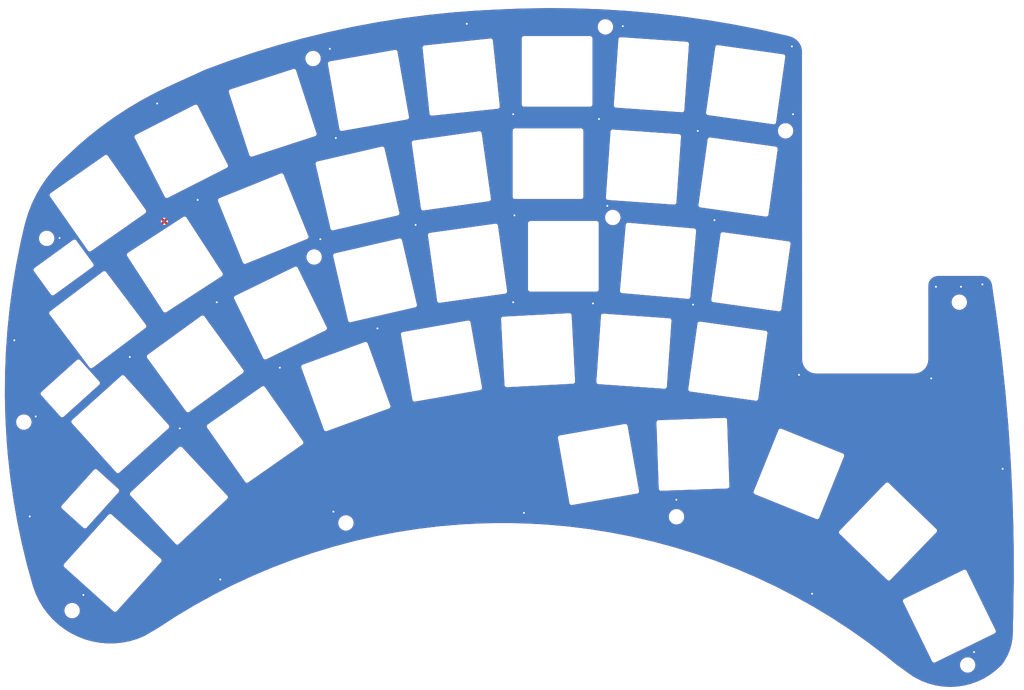
<source format=kicad_pcb>
(kicad_pcb (version 20171130) (host pcbnew "(5.1.5)-3")
  (title_block (title fan74) (rev v1.0))
  (layers (0 F.Cu signal) (31 B.Cu signal) (34 B.Paste user) (35 F.Paste user) (36 B.SilkS user) (37 F.SilkS user) (38 B.Mask user) (39 F.Mask user) (44 Edge.Cuts user))
  (net 0 "")
  (net 1 GND)
  (module kbd:GND_pad (layer F.Cu) (at 34.5 46.5)
    (fp_text reference H1 hide)
    (fp_text value MountingHole_Pad hide)
    (pad 2 smd circle (at 0 0) (size 0.5 0.5) (layers B.Cu))
    (pad 1 smd circle (at 0 0) (size 0.5 0.5) (layers F.Cu) (net 1 GND))
  )
  (gr_line (start 20.0689 99.0728) (end 13.3776 106.504) (layer Edge.Cuts) (width 0.001))
  (gr_line (start 13.3776 106.504) (end 17.8364 110.519) (layer Edge.Cuts) (width 0.001))
  (gr_line (start 17.8364 110.519) (end 24.5277 103.088) (layer Edge.Cuts) (width 0.001))
  (gr_line (start 24.5277 103.088) (end 20.0689 99.0728) (layer Edge.Cuts) (width 0.001))
  (gr_line (start 16.460999 76.0208) (end 9.02953 82.7122) (layer Edge.Cuts) (width 0.001))
  (gr_line (start 9.02953 82.7122) (end 13.0443 87.171) (layer Edge.Cuts) (width 0.001))
  (gr_line (start 13.0443 87.171) (end 20.4758 80.4797) (layer Edge.Cuts) (width 0.001))
  (gr_line (start 20.4758 80.4797) (end 16.460999 76.0208) (layer Edge.Cuts) (width 0.001))
  (gr_line (start 15.6344 50.83) (end 7.54421 56.7078) (layer Edge.Cuts) (width 0.001))
  (gr_line (start 7.54421 56.7078) (end 11.0709 61.5619) (layer Edge.Cuts) (width 0.001))
  (gr_line (start 11.0709 61.5619) (end 19.1611 55.6841) (layer Edge.Cuts) (width 0.001))
  (gr_line (start 19.1611 55.6841) (end 15.6344 50.83) (layer Edge.Cuts) (width 0.001))
  (gr_line (start 120.246 80.13) (end 106.415 80.8549) (layer Edge.Cuts) (width 0.001))
  (gr_line (start 106.415 80.8549) (end 105.69 67.0239) (layer Edge.Cuts) (width 0.001))
  (gr_line (start 119.521 66.299) (end 105.69 67.0239) (layer Edge.Cuts) (width 0.001))
  (gr_line (start 119.521 66.299) (end 120.246 80.13) (layer Edge.Cuts) (width 0.001))
  (gr_line (start 133.675 103.205) (end 120.035 105.61) (layer Edge.Cuts) (width 0.001))
  (gr_line (start 120.035 105.61) (end 117.63 91.9704) (layer Edge.Cuts) (width 0.001))
  (gr_line (start 131.27 89.5654) (end 117.63 91.9704) (layer Edge.Cuts) (width 0.001))
  (gr_line (start 131.27 89.5654) (end 133.675 103.205) (layer Edge.Cuts) (width 0.001))
  (gr_line (start 141.518 42.4871) (end 127.701 41.521) (layer Edge.Cuts) (width 0.001))
  (gr_line (start 127.701 41.521) (end 128.668 27.7047) (layer Edge.Cuts) (width 0.001))
  (gr_line (start 142.484 28.6709) (end 128.668 27.7047) (layer Edge.Cuts) (width 0.001))
  (gr_line (start 142.484 28.6709) (end 141.518 42.4871) (layer Edge.Cuts) (width 0.001))
  (gr_line (start 162.446 25.6173) (end 148.731 23.6898) (layer Edge.Cuts) (width 0.001))
  (gr_line (start 148.731 23.6898) (end 150.659 9.97455) (layer Edge.Cuts) (width 0.001))
  (gr_line (start 164.374 11.9021) (end 150.659 9.97455) (layer Edge.Cuts) (width 0.001))
  (gr_line (start 164.374 11.9021) (end 162.446 25.6173) (layer Edge.Cuts) (width 0.001))
  (gr_line (start 50.6645 77.985) (end 39.4596 86.1258) (layer Edge.Cuts) (width 0.001))
  (gr_line (start 39.4596 86.1258) (end 31.3188 74.9209) (layer Edge.Cuts) (width 0.001))
  (gr_line (start 42.5237 66.7801) (end 31.3188 74.9209) (layer Edge.Cuts) (width 0.001))
  (gr_line (start 42.5237 66.7801) (end 50.6645 77.985) (layer Edge.Cuts) (width 0.001))
  (gr_line (start 139.513 81.1801) (end 125.696 80.214) (layer Edge.Cuts) (width 0.001))
  (gr_line (start 125.696 80.214) (end 126.663 66.3977) (layer Edge.Cuts) (width 0.001))
  (gr_line (start 140.479 67.3639) (end 126.663 66.3977) (layer Edge.Cuts) (width 0.001))
  (gr_line (start 140.479 67.3639) (end 139.513 81.1801) (layer Edge.Cuts) (width 0.001))
  (gr_line (start 100.708 81.4742) (end 87.0684 83.8792) (layer Edge.Cuts) (width 0.001))
  (gr_line (start 87.0684 83.8792) (end 84.6633 70.2397) (layer Edge.Cuts) (width 0.001))
  (gr_line (start 98.3029 67.8346) (end 84.6633 70.2397) (layer Edge.Cuts) (width 0.001))
  (gr_line (start 98.3029 67.8346) (end 100.708 81.4742) (layer Edge.Cuts) (width 0.001))
  (gr_line (start 104.433 22.3591) (end 90.6584 23.8069) (layer Edge.Cuts) (width 0.001))
  (gr_line (start 90.6584 23.8069) (end 89.2107 10.0327) (layer Edge.Cuts) (width 0.001))
  (gr_line (start 102.985 8.58501) (end 89.2107 10.0327) (layer Edge.Cuts) (width 0.001))
  (gr_line (start 102.985 8.58501) (end 104.433 22.3591) (layer Edge.Cuts) (width 0.001))
  (gr_line (start 83.3579 44.7857) (end 69.8629 47.9012) (layer Edge.Cuts) (width 0.001))
  (gr_line (start 69.8629 47.9012) (end 66.747299 34.4062) (layer Edge.Cuts) (width 0.001))
  (gr_line (start 80.2424 31.2906) (end 66.747299 34.4062) (layer Edge.Cuts) (width 0.001))
  (gr_line (start 80.2424 31.2906) (end 83.3579 44.7857) (layer Edge.Cuts) (width 0.001))
  (gr_line (start 30.1973 44.3965) (end 18.852 52.3406) (layer Edge.Cuts) (width 0.001))
  (gr_line (start 18.852 52.3406) (end 10.908 40.9953) (layer Edge.Cuts) (width 0.001))
  (gr_line (start 22.2533 33.051299) (end 10.908 40.9953) (layer Edge.Cuts) (width 0.001))
  (gr_line (start 22.2533 33.051299) (end 30.1973 44.3965) (layer Edge.Cuts) (width 0.001))
  (gr_line (start 85.375 24.6132) (end 71.7354 27.0182) (layer Edge.Cuts) (width 0.001))
  (gr_line (start 71.7354 27.0182) (end 69.3303 13.3787) (layer Edge.Cuts) (width 0.001))
  (gr_line (start 82.9699 10.9736) (end 69.3303 13.3787) (layer Edge.Cuts) (width 0.001))
  (gr_line (start 82.9699 10.9736) (end 85.375 24.6132) (layer Edge.Cuts) (width 0.001))
  (gr_line (start 81.4799 85.3559) (end 68.4652 90.0929) (layer Edge.Cuts) (width 0.001))
  (gr_line (start 68.4652 90.0929) (end 63.7282 77.0781) (layer Edge.Cuts) (width 0.001))
  (gr_line (start 76.7429 72.3412) (end 63.7282 77.0781) (layer Edge.Cuts) (width 0.001))
  (gr_line (start 76.7429 72.3412) (end 81.4799 85.3559) (layer Edge.Cuts) (width 0.001))
  (gr_line (start 30.2238 68.5239) (end 19.1627 76.8591) (layer Edge.Cuts) (width 0.001))
  (gr_line (start 19.1627 76.8591) (end 10.8275 65.798) (layer Edge.Cuts) (width 0.001))
  (gr_line (start 21.8886 57.4628) (end 10.8275 65.798) (layer Edge.Cuts) (width 0.001))
  (gr_line (start 21.8886 57.4628) (end 30.2238 68.5239) (layer Edge.Cuts) (width 0.001))
  (gr_line (start 64.2765 49.7535) (end 51.435 54.9418) (layer Edge.Cuts) (width 0.001))
  (gr_line (start 51.435 54.9418) (end 46.2467 42.1003) (layer Edge.Cuts) (width 0.001))
  (gr_line (start 59.0882 36.912) (end 46.2467 42.1003) (layer Edge.Cuts) (width 0.001))
  (gr_line (start 59.0882 36.912) (end 64.2765 49.7535) (layer Edge.Cuts) (width 0.001))
  (gr_line (start 102.574 41.7898) (end 88.8588 43.7173) (layer Edge.Cuts) (width 0.001))
  (gr_line (start 88.8588 43.7173) (end 86.9313 30.0021) (layer Edge.Cuts) (width 0.001))
  (gr_line (start 100.646 28.0746) (end 86.9313 30.0021) (layer Edge.Cuts) (width 0.001))
  (gr_line (start 100.646 28.0746) (end 102.574 41.7898) (layer Edge.Cuts) (width 0.001))
  (gr_line (start 35.0457 89.6255) (end 24.7531 98.8929) (layer Edge.Cuts) (width 0.001))
  (gr_line (start 24.7531 98.8929) (end 15.4856 88.6004) (layer Edge.Cuts) (width 0.001))
  (gr_line (start 25.7782 79.3329) (end 15.4856 88.6004) (layer Edge.Cuts) (width 0.001))
  (gr_line (start 25.7782 79.3329) (end 35.0457 89.6255) (layer Edge.Cuts) (width 0.001))
  (gr_line (start 46.2851 57.6131) (end 34.6695 65.1564) (layer Edge.Cuts) (width 0.001))
  (gr_line (start 34.6695 65.1564) (end 27.1262 53.5408) (layer Edge.Cuts) (width 0.001))
  (gr_line (start 38.7418 45.9975) (end 27.1262 53.5408) (layer Edge.Cuts) (width 0.001))
  (gr_line (start 38.7418 45.9975) (end 46.2851 57.6131) (layer Edge.Cuts) (width 0.001))
  (gr_line (start 87.0419 64.0847) (end 73.5469 67.2002) (layer Edge.Cuts) (width 0.001))
  (gr_line (start 73.5469 67.2002) (end 70.4313 53.7052) (layer Edge.Cuts) (width 0.001))
  (gr_line (start 83.9264 50.5896) (end 70.4313 53.7052) (layer Edge.Cuts) (width 0.001))
  (gr_line (start 83.9264 50.5896) (end 87.0419 64.0847) (layer Edge.Cuts) (width 0.001))
  (gr_line (start 47.3668 34.8223) (end 35.0263 41.11) (layer Edge.Cuts) (width 0.001))
  (gr_line (start 35.0263 41.11) (end 28.7385 28.7696) (layer Edge.Cuts) (width 0.001))
  (gr_line (start 41.079 22.4818) (end 28.7385 28.7696) (layer Edge.Cuts) (width 0.001))
  (gr_line (start 41.079 22.4818) (end 47.3668 34.8223) (layer Edge.Cuts) (width 0.001))
  (gr_line (start 68.1485 68.9594) (end 55.7002 75.0308) (layer Edge.Cuts) (width 0.001))
  (gr_line (start 55.7002 75.0308) (end 49.6288 62.5825) (layer Edge.Cuts) (width 0.001))
  (gr_line (start 62.0771 56.5111) (end 49.6288 62.5825) (layer Edge.Cuts) (width 0.001))
  (gr_line (start 62.0771 56.5111) (end 68.1485 68.9594) (layer Edge.Cuts) (width 0.001))
  (gr_line (start 105.977 61.2008) (end 92.2618 63.1283) (layer Edge.Cuts) (width 0.001))
  (gr_line (start 92.2618 63.1283) (end 90.3343 49.4131) (layer Edge.Cuts) (width 0.001))
  (gr_line (start 104.049 47.4856) (end 90.3343 49.4131) (layer Edge.Cuts) (width 0.001))
  (gr_line (start 104.049 47.4856) (end 105.977 61.2008) (layer Edge.Cuts) (width 0.001))
  (gr_line (start 63.1913 92.9845) (end 51.846 100.929) (layer Edge.Cuts) (width 0.001))
  (gr_line (start 51.846 100.929) (end 43.902 89.5833) (layer Edge.Cuts) (width 0.001))
  (gr_line (start 55.2473 81.6393) (end 43.902 89.5833) (layer Edge.Cuts) (width 0.001))
  (gr_line (start 55.2473 81.6393) (end 63.1913 92.9845) (layer Edge.Cuts) (width 0.001))
  (gr_line (start 47.342 104.474) (end 37.2128 113.92) (layer Edge.Cuts) (width 0.001))
  (gr_line (start 37.2128 113.92) (end 27.7671 103.791) (layer Edge.Cuts) (width 0.001))
  (gr_line (start 37.8964 94.3452) (end 27.7671 103.791) (layer Edge.Cuts) (width 0.001))
  (gr_line (start 37.8964 94.3452) (end 47.342 104.474) (layer Edge.Cuts) (width 0.001))
  (gr_line (start 65.9787 28.1421) (end 52.8065 32.4219) (layer Edge.Cuts) (width 0.001))
  (gr_line (start 52.8065 32.4219) (end 48.5266 19.2498) (layer Edge.Cuts) (width 0.001))
  (gr_line (start 61.6988 14.9699) (end 48.5266 19.2498) (layer Edge.Cuts) (width 0.001))
  (gr_line (start 61.6988 14.9699) (end 65.9787 28.1421) (layer Edge.Cuts) (width 0.001))
  (gr_line (start 160.846 45.0173) (end 147.131 43.0898) (layer Edge.Cuts) (width 0.001))
  (gr_line (start 147.131 43.0898) (end 149.059 29.3746) (layer Edge.Cuts) (width 0.001))
  (gr_line (start 162.774 31.3021) (end 149.059 29.3746) (layer Edge.Cuts) (width 0.001))
  (gr_line (start 162.774 31.3021) (end 160.846 45.0173) (layer Edge.Cuts) (width 0.001))
  (gr_line (start 158.706 83.6983) (end 144.991 81.7708) (layer Edge.Cuts) (width 0.001))
  (gr_line (start 144.991 81.7708) (end 146.919 68.0556) (layer Edge.Cuts) (width 0.001))
  (gr_line (start 160.634 69.9831) (end 146.919 68.0556) (layer Edge.Cuts) (width 0.001))
  (gr_line (start 160.634 69.9831) (end 158.706 83.6983) (layer Edge.Cuts) (width 0.001))
  (gr_line (start 163.546 64.9173) (end 149.831 62.9898) (layer Edge.Cuts) (width 0.001))
  (gr_line (start 149.831 62.9898) (end 151.759 49.2746) (layer Edge.Cuts) (width 0.001))
  (gr_line (start 165.474 51.2021) (end 151.759 49.2746) (layer Edge.Cuts) (width 0.001))
  (gr_line (start 165.474 51.2021) (end 163.546 64.9173) (layer Edge.Cuts) (width 0.001))
  (gr_line (start 143.178 23.0871) (end 129.360999 22.121) (layer Edge.Cuts) (width 0.001))
  (gr_line (start 129.360999 22.121) (end 130.328 8.30474) (layer Edge.Cuts) (width 0.001))
  (gr_line (start 144.144 9.27087) (end 130.328 8.30474) (layer Edge.Cuts) (width 0.001))
  (gr_line (start 144.144 9.27087) (end 143.178 23.0871) (layer Edge.Cuts) (width 0.001))
  (gr_line (start 186.606 121.46) (end 176.643 111.839) (layer Edge.Cuts) (width 0.001))
  (gr_line (start 176.643 111.839) (end 186.264 101.876) (layer Edge.Cuts) (width 0.001))
  (gr_line (start 196.227 111.497) (end 186.264 101.876) (layer Edge.Cuts) (width 0.001))
  (gr_line (start 196.227 111.497) (end 186.606 121.46) (layer Edge.Cuts) (width 0.001))
  (gr_line (start 33.4184 117.766) (end 24.151 128.059) (layer Edge.Cuts) (width 0.001))
  (gr_line (start 24.151 128.059) (end 13.8584 118.791) (layer Edge.Cuts) (width 0.001))
  (gr_line (start 23.1259 108.499) (end 13.8584 118.791) (layer Edge.Cuts) (width 0.001))
  (gr_line (start 23.1259 108.499) (end 33.4184 117.766) (layer Edge.Cuts) (width 0.001))
  (gr_line (start 144.448 62.2981) (end 130.65 61.091) (layer Edge.Cuts) (width 0.001))
  (gr_line (start 130.65 61.091) (end 131.858 47.2937) (layer Edge.Cuts) (width 0.001))
  (gr_line (start 145.655 48.5008) (end 131.858 47.2937) (layer Edge.Cuts) (width 0.001))
  (gr_line (start 145.655 48.5008) (end 144.448 62.2981) (layer Edge.Cuts) (width 0.001))
  (gr_line (start 121.978 41.3209) (end 108.128 41.3209) (layer Edge.Cuts) (width 0.001))
  (gr_line (start 108.128 41.3209) (end 108.128 27.4709) (layer Edge.Cuts) (width 0.001))
  (gr_line (start 121.978 27.4709) (end 108.128 27.4709) (layer Edge.Cuts) (width 0.001))
  (gr_line (start 121.978 27.4709) (end 121.978 41.3209) (layer Edge.Cuts) (width 0.001))
  (gr_line (start 125.213 60.7729) (end 111.363 60.7729) (layer Edge.Cuts) (width 0.001))
  (gr_line (start 111.363 60.7729) (end 111.363 46.9229) (layer Edge.Cuts) (width 0.001))
  (gr_line (start 125.213 46.9229) (end 111.363 46.9229) (layer Edge.Cuts) (width 0.001))
  (gr_line (start 125.213 46.9229) (end 125.213 60.7729) (layer Edge.Cuts) (width 0.001))
  (gr_line (start 171.551 108.578) (end 158.71 103.39) (layer Edge.Cuts) (width 0.001))
  (gr_line (start 158.71 103.39) (end 163.898 90.548) (layer Edge.Cuts) (width 0.001))
  (gr_line (start 176.74 95.7363) (end 163.898 90.548) (layer Edge.Cuts) (width 0.001))
  (gr_line (start 176.74 95.7363) (end 171.551 108.578) (layer Edge.Cuts) (width 0.001))
  (gr_line (start 123.878 21.9209) (end 110.028 21.9209) (layer Edge.Cuts) (width 0.001))
  (gr_line (start 110.028 21.9209) (end 110.028 8.07094) (layer Edge.Cuts) (width 0.001))
  (gr_line (start 123.878 8.07094) (end 110.028 8.07094) (layer Edge.Cuts) (width 0.001))
  (gr_line (start 123.878 8.07094) (end 123.878 21.9209) (layer Edge.Cuts) (width 0.001))
  (gr_line (start 196.13 138.713) (end 190.059 126.265) (layer Edge.Cuts) (width 0.001))
  (gr_line (start 190.059 126.265) (end 202.507 120.193) (layer Edge.Cuts) (width 0.001))
  (gr_line (start 208.579 132.640999) (end 202.507 120.193) (layer Edge.Cuts) (width 0.001))
  (gr_line (start 208.579 132.640999) (end 196.13 138.713) (layer Edge.Cuts) (width 0.001))
  (gr_line (start 152.639 102.135) (end 138.798 102.618) (layer Edge.Cuts) (width 0.001))
  (gr_line (start 138.798 102.618) (end 138.314 88.7768) (layer Edge.Cuts) (width 0.001))
  (gr_line (start 152.156 88.2935) (end 138.314 88.7768) (layer Edge.Cuts) (width 0.001))
  (gr_line (start 152.156 88.2935) (end 152.639 102.135) (layer Edge.Cuts) (width 0.001))
  (gr_circle (center 201.402 63.485) (end 202.501999 63.485) (layer Edge.Cuts) (width 0.001))
  (gr_circle (center 203.154 139.71) (end 204.254 139.71) (layer Edge.Cuts) (width 0.001))
  (gr_circle (center 65.9526 53.9959) (end 67.0526 53.9959) (layer Edge.Cuts) (width 0.001))
  (gr_circle (center 128.652999 45.6959) (end 129.752999 45.6959) (layer Edge.Cuts) (width 0.001))
  (gr_circle (center 15.1467 128.288) (end 16.2467 128.288) (layer Edge.Cuts) (width 0.001))
  (gr_circle (center 72.6283 109.87) (end 73.728299 109.87) (layer Edge.Cuts) (width 0.001))
  (gr_circle (center 9.802 50.085) (end 10.902 50.085) (layer Edge.Cuts) (width 0.001))
  (gr_circle (center 127.103 5.64594) (end 128.203 5.64594) (layer Edge.Cuts) (width 0.001))
  (gr_circle (center 65.7257 12.2997) (end 66.8257 12.2997) (layer Edge.Cuts) (width 0.001))
  (gr_circle (center 5.002 88.685) (end 6.102 88.685) (layer Edge.Cuts) (width 0.001))
  (gr_circle (center 142.028 108.57) (end 143.128 108.57) (layer Edge.Cuts) (width 0.001))
  (gr_circle (center 164.929 27.489) (end 166.029 27.489) (layer Edge.Cuts) (width 0.001))
  (gr_line (start 194.402 75.485) (end 194.402 59.985) (layer Edge.Cuts) (width 0.001))
  (gr_line (start 171.402 77.985) (end 191.902 77.985) (layer Edge.Cuts) (width 0.001))
  (gr_arc (start 201.363 132.808) (end 210.810713 139.864843) (angle -37.2588) (layer Edge.Cuts) (width 0.001))
  (gr_line (start 6.229 122.553) (end 5.162 118.744) (layer Edge.Cuts) (width 0.001))
  (gr_line (start 210.811 139.864) (end 210.56 140.144) (layer Edge.Cuts) (width 0.001))
  (gr_line (start 208.772 59.879) (end 208.652 59.345) (layer Edge.Cuts) (width 0.001))
  (gr_line (start 166.893 7.5494) (end 166.552 7.3814) (layer Edge.Cuts) (width 0.001))
  (gr_arc (start 196.902 59.985) (end 196.902 57.485) (angle -90) (layer Edge.Cuts) (width 0.001))
  (gr_line (start 104.082 1.518) (end 100.095 1.722) (layer Edge.Cuts) (width 0.001))
  (gr_line (start 13.552 32.555) (end 12.681 33.384) (layer Edge.Cuts) (width 0.001))
  (gr_arc (start 171.402 75.485) (end 168.902 75.485) (angle -90) (layer Edge.Cuts) (width 0.001))
  (gr_line (start 187.959 140.062) (end 191.181 142.384) (layer Edge.Cuts) (width 0.001))
  (gr_arc (start 32.220999 53.934) (end 12.680944 33.38406) (angle -31.2) (layer Edge.Cuts) (width 0.001))
  (gr_line (start 33.475 132.346) (end 30.502 134.094) (layer Edge.Cuts) (width 0.001))
  (gr_arc (start 111.947 193.728) (end 100.095793 1.722399) (angle -17.479) (layer Edge.Cuts) (width 0.001))
  (gr_arc (start 163.882 13.7814) (end 166.551969 7.381382) (angle -5.02) (layer Edge.Cuts) (width 0.001))
  (gr_arc (start 199.501 129.419) (end 191.181097 142.384553) (angle -78.5675) (layer Edge.Cuts) (width 0.001))
  (gr_arc (start 191.902 75.485) (end 191.902 77.985) (angle -90) (layer Edge.Cuts) (width 0.001))
  (gr_arc (start 148.08 81.985) (end 0.894205 92.612874) (angle -10.294) (layer Edge.Cuts) (width 0.001))
  (gr_arc (start 165.082 10.8911) (end 168.881998 10.971096) (angle -62.75199) (layer Edge.Cuts) (width 0.001))
  (gr_line (start 213.181 130.883999) (end 213.155 132.704) (layer Edge.Cuts) (width 0.001))
  (gr_line (start 165.981 7.1723) (end 165.457 7.0304) (layer Edge.Cuts) (width 0.001))
  (gr_arc (start 206.152 60.095) (end 208.652006 59.345009) (angle -73.301) (layer Edge.Cuts) (width 0.001))
  (gr_line (start 196.902 57.485) (end 206.152 57.484) (layer Edge.Cuts) (width 0.001))
  (gr_arc (start 23.187 118.183) (end 6.228978 122.552857) (angle -100.2409) (layer Edge.Cuts) (width 0.001))
  (gr_arc (start 105.55 239.644) (end 187.95843 140.061172) (angle -73.5) (layer Edge.Cuts) (width 0.001))
  (gr_arc (start 67.408 87.755) (end 18.104417 28.454941) (angle -4.553) (layer Edge.Cuts) (width 0.001))
  (gr_line (start 4.862 46.479) (end 4.481 47.984) (layer Edge.Cuts) (width 0.001))
  (gr_arc (start -174.746 119.331) (end 213.180994 130.884386) (angle -2.3663) (layer Edge.Cuts) (width 0.001))
  (gr_line (start 42.973 14.148) (end 36.081 17.284) (layer Edge.Cuts) (width 0.001))
  (gr_line (start 168.882 10.9711) (end 168.902 75.485) (layer Edge.Cuts) (width 0.001))
  (gr_arc (start 115.803 215.446) (end 165.456939 7.03026) (angle -16.5366) (layer Edge.Cuts) (width 0.001))
  (gr_arc (start 67.408 87.755) (end 36.081093 17.28441) (angle -15.774) (layer Edge.Cuts) (width 0.001))
  (gr_arc (start -174.746 119.331) (end 213.32722 114.85781) (angle -8.1513) (layer Edge.Cuts) (width 0.001))
  (gr_arc (start 148.081 81.984) (end 4.481446 47.982926) (angle -17.451) (layer Edge.Cuts) (width 0.001))
  (via (at 12.5 50) (size 0.8) (drill 0.4) (layers F.Cu B.Cu) (net 1))
  (via (at 7.5 87.5) (size 0.8) (drill 0.4) (layers F.Cu B.Cu) (net 1))
  (via (at 17.5 125) (size 0.8) (drill 0.4) (layers F.Cu B.Cu) (net 1))
  (via (at 70 107.5) (size 0.8) (drill 0.4) (layers F.Cu B.Cu) (net 1))
  (via (at 127.5 43.25) (size 0.8) (drill 0.4) (layers F.Cu B.Cu) (net 1))
  (via (at 67.25 50.25) (size 0.8) (drill 0.4) (layers F.Cu B.Cu) (net 1))
  (via (at 69.25 10.25) (size 0.8) (drill 0.4) (layers F.Cu B.Cu) (net 1))
  (via (at 130.75 5.5) (size 0.8) (drill 0.4) (layers F.Cu B.Cu) (net 1))
  (via (at 166.5 24) (size 0.8) (drill 0.4) (layers F.Cu B.Cu) (net 1))
  (via (at 201.75 60.25) (size 0.8) (drill 0.4) (layers F.Cu B.Cu) (net 1))
  (via (at 142 105) (size 0.8) (drill 0.4) (layers F.Cu B.Cu) (net 1))
  (via (at 204.5 137) (size 0.8) (drill 0.4) (layers F.Cu B.Cu) (net 1))
  (via (at 166.25 9.75) (size 0.8) (drill 0.4) (layers F.Cu B.Cu) (net 1))
  (via (at 98 5) (size 0.8) (drill 0.4) (layers F.Cu B.Cu) (net 1))
  (via (at 33 21.75) (size 0.8) (drill 0.4) (layers F.Cu B.Cu) (net 1))
  (via (at 3 71.5) (size 0.8) (drill 0.4) (layers F.Cu B.Cu) (net 1))
  (via (at 6.25 108.5) (size 0.8) (drill 0.4) (layers F.Cu B.Cu) (net 1))
  (via (at 46.25 121.75) (size 0.8) (drill 0.4) (layers F.Cu B.Cu) (net 1))
  (via (at 110 107.75) (size 0.8) (drill 0.4) (layers F.Cu B.Cu) (net 1))
  (via (at 170.5 124.75) (size 0.8) (drill 0.4) (layers F.Cu B.Cu) (net 1))
  (via (at 210.5 98.5) (size 0.8) (drill 0.4) (layers F.Cu B.Cu) (net 1))
  (via (at 206.25 59.75) (size 0.8) (drill 0.4) (layers F.Cu B.Cu) (net 1))
  (via (at 196.5 60.25) (size 0.8) (drill 0.4) (layers F.Cu B.Cu) (net 1))
  (via (at 167.75 78.75) (size 0.8) (drill 0.4) (layers F.Cu B.Cu) (net 1))
  (via (at 195.5 79.5) (size 0.8) (drill 0.4) (layers F.Cu B.Cu) (net 1))
  (via (at 87.25 47.25) (size 0.8) (drill 0.4) (layers F.Cu B.Cu) (net 1))
  (via (at 37.75 90) (size 0.8) (drill 0.4) (layers F.Cu B.Cu) (net 1))
  (via (at 107.75 63.5) (size 0.8) (drill 0.4) (layers F.Cu B.Cu) (net 1))
  (via (at 58.75 77.25) (size 0.8) (drill 0.4) (layers F.Cu B.Cu) (net 1))
  (via (at 41.5 42) (size 0.8) (drill 0.4) (layers F.Cu B.Cu) (net 1))
  (via (at 70.5 29) (size 0.8) (drill 0.4) (layers F.Cu B.Cu) (net 1))
  (via (at 107.75 24) (size 0.8) (drill 0.4) (layers F.Cu B.Cu) (net 1))
  (via (at 125.75 25) (size 0.8) (drill 0.4) (layers F.Cu B.Cu) (net 1))
  (via (at 45.5 63.5) (size 0.8) (drill 0.4) (layers F.Cu B.Cu) (net 1))
  (via (at 108 45.25) (size 0.8) (drill 0.4) (layers F.Cu B.Cu) (net 1))
  (via (at 146.5 27.5) (size 0.8) (drill 0.4) (layers F.Cu B.Cu) (net 1))
  (via (at 150 46.25) (size 0.8) (drill 0.4) (layers F.Cu B.Cu) (net 1))
  (via (at 145.5 64) (size 0.8) (drill 0.4) (layers F.Cu B.Cu) (net 1))
  (via (at 124.5 63.75) (size 0.8) (drill 0.4) (layers F.Cu B.Cu) (net 1))
  (via (at 79.25 69) (size 0.8) (drill 0.4) (layers F.Cu B.Cu) (net 1))
  (via (at 27.25 75) (size 0.8) (drill 0.4) (layers F.Cu B.Cu) (net 1))
  (zone (net 1) (net_name GND) (layer B.Cu) (connect_pads (clearance 0.508)) (min_thickness 0.254) (fill yes (arc_segments 32) (thermal_gap 0.508) (thermal_bridge_width 0.508))
    (polygon (pts (xy 215 145) (xy 0 145) (xy 0 0) (xy 215 0)))
  )
  (zone (net 1) (net_name GND) (layer F.Cu) (connect_pads (clearance 0.508)) (min_thickness 0.254) (fill yes (arc_segments 32) (thermal_gap 0.508) (thermal_bridge_width 0.508))
    (polygon (pts (xy 215 145) (xy 0 145) (xy 0 0) (xy 215 0)))
  )
)
</source>
